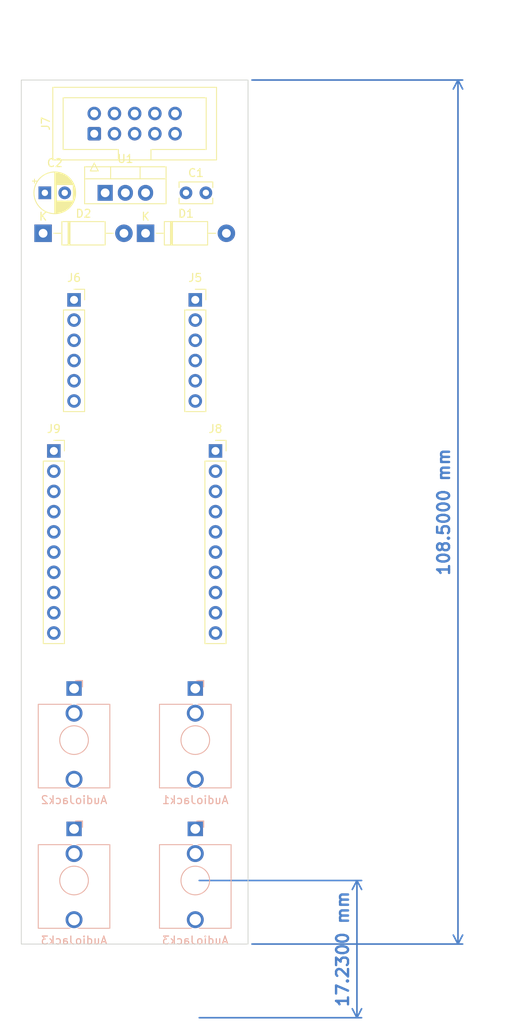
<source format=kicad_pcb>
(kicad_pcb (version 20211014) (generator pcbnew)
  (layers (0 "F.Cu" signal) (31 "B.Cu" signal) (34 "B.Paste" user) (35 "F.Paste" user) (36 "B.SilkS" user "B.Silkscreen") (37 "F.SilkS" user "F.Silkscreen") (38 "B.Mask" user) (39 "F.Mask" user) (44 "Edge.Cuts" user))
  (net 0 "")
  (net 1 "Net-(C1-Pad1)")
  (net 2 "Net-(C1-Pad2)")
  (net 3 "Net-(C2-Pad1)")
  (net 4 "Net-(D2-Pad2)")
  (net 5 "Net-(J1-PadS)")
  (net 6 "Net-(J1-PadT)")
  (net 7 "Net-(J2-PadS)")
  (net 8 "Net-(J3-PadS)")
  (net 9 "Net-(J4-PadS)")
  (net 11 "Net-(J6-Pad3)")
  (net 12 "Net-(J6-Pad4)")
  (footprint "Diode_THT:D_DO-41_SOD81_P10.16mm_Horizontal" (layer "F.Cu") (at 131.039888 62.0323)
    (fp_text reference "D1" (at 5.08 -2.47) (layer "F.SilkS"))
    (fp_text value "1N4007")
    (fp_text user "K" (at 0 -2.1) (layer "F.SilkS"))
    (fp_line (start 1.34 0) (end 2.36 0) (layer "F.SilkS") (width 0.12))
    (fp_line (start 3.14 -1.47) (end 3.14 1.47) (layer "F.SilkS") (width 0.12))
    (fp_line (start 7.8 1.47) (end 7.8 -1.47) (layer "F.SilkS") (width 0.12))
    (fp_line (start 2.36 -1.47) (end 2.36 1.47) (layer "F.SilkS") (width 0.12))
    (fp_line (start 8.82 0) (end 7.8 0) (layer "F.SilkS") (width 0.12))
    (fp_line (start 2.36 1.47) (end 7.8 1.47) (layer "F.SilkS") (width 0.12))
    (fp_line (start 3.38 -1.47) (end 3.38 1.47) (layer "F.SilkS") (width 0.12))
    (fp_line (start 3.26 -1.47) (end 3.26 1.47) (layer "F.SilkS") (width 0.12))
    (fp_line (start 7.8 -1.47) (end 2.36 -1.47) (layer "F.SilkS") (width 0.12))
    (pad "1" thru_hole rect (at 0 0) (size 2.2 2.2) (drill 1.1) (layers *.Cu *.Mask) (net 3 "Net-(C2-Pad1)"))
    (pad "2" thru_hole oval (at 10.16 0) (size 2.2 2.2) (drill 1.1) (layers *.Cu *.Mask) (net 2 "Net-(C1-Pad2)"))
  )
  (footprint "Connector_PinSocket_2.54mm:PinSocket_1x10_P2.54mm_Vertical" (layer "F.Cu") (at 119.51 89.3667)
    (fp_text reference "J9" (at 0 -2.77) (layer "F.SilkS"))
    (fp_text value "Conn_01x10_Male")
    (fp_line (start -1.33 24.19) (end 1.33 24.19) (layer "F.SilkS") (width 0.12))
    (fp_line (start 0 -1.33) (end 1.33 -1.33) (layer "F.SilkS") (width 0.12))
    (fp_line (start 1.33 -1.33) (end 1.33 0) (layer "F.SilkS") (width 0.12))
    (fp_line (start 1.33 1.27) (end 1.33 24.19) (layer "F.SilkS") (width 0.12))
    (fp_line (start -1.33 1.27) (end -1.33 24.19) (layer "F.SilkS") (width 0.12))
    (fp_line (start -1.33 1.27) (end 1.33 1.27) (layer "F.SilkS") (width 0.12))
    (pad "1" thru_hole rect (at 0 0) (size 1.7 1.7) (drill 1) (layers *.Cu *.Mask))
    (pad "2" thru_hole oval (at 0 2.54) (size 1.7 1.7) (drill 1) (layers *.Cu *.Mask) (net 1 "Net-(C1-Pad1)"))
    (pad "3" thru_hole oval (at 0 5.08) (size 1.7 1.7) (drill 1) (layers *.Cu *.Mask) (net 2 "Net-(C1-Pad2)"))
    (pad "4" thru_hole oval (at 0 7.62) (size 1.7 1.7) (drill 1) (layers *.Cu *.Mask))
    (pad "5" thru_hole oval (at 0 10.16) (size 1.7 1.7) (drill 1) (layers *.Cu *.Mask))
    (pad "6" thru_hole oval (at 0 12.7) (size 1.7 1.7) (drill 1) (layers *.Cu *.Mask))
    (pad "7" thru_hole oval (at 0 15.24) (size 1.7 1.7) (drill 1) (layers *.Cu *.Mask))
    (pad "8" thru_hole oval (at 0 17.78) (size 1.7 1.7) (drill 1) (layers *.Cu *.Mask))
    (pad "9" thru_hole oval (at 0 20.32) (size 1.7 1.7) (drill 1) (layers *.Cu *.Mask))
    (pad "10" thru_hole oval (at 0 22.86) (size 1.7 1.7) (drill 1) (layers *.Cu *.Mask))
  )
  (footprint "Connector_PinSocket_2.54mm:PinSocket_1x06_P2.54mm_Vertical" (layer "F.Cu") (at 137.29 70.3925)
    (fp_text reference "J5" (at 0 -2.77) (layer "F.SilkS"))
    (fp_text value "Conn_01x06_Female")
    (fp_line (start 1.33 -1.33) (end 1.33 0) (layer "F.SilkS") (width 0.12))
    (fp_line (start -1.33 14.03) (end 1.33 14.03) (layer "F.SilkS") (width 0.12))
    (fp_line (start 0 -1.33) (end 1.33 -1.33) (layer "F.SilkS") (width 0.12))
    (fp_line (start -1.33 1.27) (end 1.33 1.27) (layer "F.SilkS") (width 0.12))
    (fp_line (start 1.33 1.27) (end 1.33 14.03) (layer "F.SilkS") (width 0.12))
    (fp_line (start -1.33 1.27) (end -1.33 14.03) (layer "F.SilkS") (width 0.12))
    (pad "1" thru_hole rect (at 0 0) (size 1.7 1.7) (drill 1) (layers *.Cu *.Mask) (net 6 "Net-(J1-PadT)"))
    (pad "2" thru_hole oval (at 0 2.54) (size 1.7 1.7) (drill 1) (layers *.Cu *.Mask) (net 9 "Net-(J4-PadS)"))
    (pad "3" thru_hole oval (at 0 5.08) (size 1.7 1.7) (drill 1) (layers *.Cu *.Mask) (net 7 "Net-(J2-PadS)"))
    (pad "4" thru_hole oval (at 0 7.62) (size 1.7 1.7) (drill 1) (layers *.Cu *.Mask) (net 8 "Net-(J3-PadS)"))
    (pad "5" thru_hole oval (at 0 10.16) (size 1.7 1.7) (drill 1) (layers *.Cu *.Mask) (net 5 "Net-(J1-PadS)"))
    (pad "6" thru_hole oval (at 0 12.7) (size 1.7 1.7) (drill 1) (layers *.Cu *.Mask))
  )
  (footprint "Capacitor_THT:CP_Radial_D5.0mm_P2.50mm" (layer "F.Cu") (at 118.379888 56.9523)
    (fp_text reference "C2" (at 1.25 -3.75) (layer "F.SilkS"))
    (fp_text value "C1uF")
    (fp_line (start 1.81 1.04) (end 1.81 2.52) (layer "F.SilkS") (width 0.12))
    (fp_line (start 1.81 -2.52) (end 1.81 -1.04) (layer "F.SilkS") (width 0.12))
    (fp_line (start 2.771 1.04) (end 2.771 2.095) (layer "F.SilkS") (width 0.12))
    (fp_line (start 2.411 -2.31) (end 2.411 -1.04) (layer "F.SilkS") (width 0.12))
    (fp_line (start 2.491 -2.268) (end 2.491 -1.04) (layer "F.SilkS") (width 0.12))
    (fp_line (start 3.691 -0.915) (end 3.691 0.915) (layer "F.SilkS") (width 0.12))
    (fp_line (start 2.731 1.04) (end 2.731 2.122) (layer "F.SilkS") (width 0.12))
    (fp_line (start 2.291 -2.365) (end 2.291 -1.04) (layer "F.SilkS") (width 0.12))
    (fp_line (start 2.891 1.04) (end 2.891 2.004) (layer "F.SilkS") (width 0.12))
    (fp_line (start 1.53 -2.565) (end 1.53 -1.04) (layer "F.SilkS") (width 0.12))
    (fp_line (start 2.131 1.04) (end 2.131 2.428) (layer "F.SilkS") (width 0.12))
    (fp_line (start 1.41 -2.576) (end 1.41 2.576) (layer "F.SilkS") (width 0.12))
    (fp_line (start 1.29 -2.58) (end 1.29 2.58) (layer "F.SilkS") (width 0.12))
    (fp_line (start 3.291 -1.605) (end 3.291 -1.04) (layer "F.SilkS") (width 0.12))
    (fp_line (start 1.73 -2.536) (end 1.73 -1.04) (layer "F.SilkS") (width 0.12))
    (fp_line (start 3.131 -1.785) (end 3.131 -1.04) (layer "F.SilkS") (width 0.12))
    (fp_line (start 1.45 -2.573) (end 1.45 2.573) (layer "F.SilkS") (width 0.12))
    (fp_line (start 2.171 -2.414) (end 2.171 -1.04) (layer "F.SilkS") (width 0.12))
    (fp_line (start 3.571 -1.178) (end 3.571 1.178) (layer "F.SilkS") (width 0.12))
    (fp_line (start 3.851 -0.284) (end 3.851 0.284) (layer "F.SilkS") (width 0.12))
    (fp_line (start 1.61 -2.556) (end 1.61 -1.04) (layer "F.SilkS") (width 0.12))
    (fp_line (start 3.091 -1.826) (end 3.091 -1.04) (layer "F.SilkS") (width 0.12))
    (fp_line (start 2.731 -2.122) (end 2.731 -1.04) (layer "F.SilkS") (width 0.12))
    (fp_line (start 3.531 1.04) (end 3.531 1.251) (layer "F.SilkS") (width 0.12))
    (fp_line (start -1.304775 -1.725) (end -1.304775 -1.225) (layer "F.SilkS") (width 0.12))
    (fp_line (start 3.331 1.04) (end 3.331 1.554) (layer "F.SilkS") (width 0.12))
    (fp_line (start 1.77 1.04) (end 1.77 2.528) (layer "F.SilkS") (width 0.12))
    (fp_line (start 2.691 1.04) (end 2.691 2.149) (layer "F.SilkS") (width 0.12))
    (fp_line (start 2.371 1.04) (end 2.371 2.329) (layer "F.SilkS") (width 0.12))
    (fp_line (start 1.93 1.04) (end 1.93 2.491) (layer "F.SilkS") (width 0.12))
    (fp_line (start 2.811 1.04) (end 2.811 2.065) (layer "F.SilkS") (width 0.12))
    (fp_line (start 2.251 1.04) (end 2.251 2.382) (layer "F.SilkS") (width 0.12))
    (fp_line (start 2.451 -2.29) (end 2.451 -1.04) (layer "F.SilkS") (width 0.12))
    (fp_line (start 3.451 -1.383) (end 3.451 -1.04) (layer "F.SilkS") (width 0.12))
    (fp_line (start 1.65 1.04) (end 1.65 2.55) (layer "F.SilkS") (width 0.12))
    (fp_line (start 2.171 1.04) (end 2.171 2.414) (layer "F.SilkS") (width 0.12))
    (fp_line (start 1.93 -2.491) (end 1.93 -1.04) (layer "F.SilkS") (width 0.12))
    (fp_line (start 3.371 1.04) (end 3.371 1.5) (layer "F.SilkS") (width 0.12))
    (fp_line (start 2.611 -2.2) (end 2.611 -1.04) (layer "F.SilkS") (width 0.12))
    (fp_line (start 2.691 -2.149) (end 2.691 -1.04) (layer "F.SilkS") (width 0.12))
    (fp_line (start -1.554775 -1.475) (end -1.054775 -1.475) (layer "F.SilkS") (width 0.12))
    (fp_line (start 3.411 1.04) (end 3.411 1.443) (layer "F.SilkS") (width 0.12))
    (fp_line (start 1.49 -2.569) (end 1.49 -1.04) (layer "F.SilkS") (width 0.12))
    (fp_line (start 3.211 1.04) (end 3.211 1.699) (layer "F.SilkS") (width 0.12))
    (fp_line (start 2.331 -2.348) (end 2.331 -1.04) (layer "F.SilkS") (width 0.12))
    (fp_line (start 2.971 -1.937) (end 2.971 -1.04) (layer "F.SilkS") (width 0.12))
    (fp_line (start 2.291 1.04) (end 2.291 2.365) (layer "F.SilkS") (width 0.12))
    (fp_line (start 3.051 -1.864) (end 3.051 -1.04) (layer "F.SilkS") (width 0.12))
    (fp_line (start 1.49 1.04) (end 1.49 2.569) (layer "F.SilkS") (width 0.12))
    (fp_line (start 3.731 -0.805) (end 3.731 0.805) (layer "F.SilkS") (width 0.12))
    (fp_line (start 2.051 1.04) (end 2.051 2.455) (layer "F.SilkS") (width 0.12))
    (fp_line (start 3.531 -1.251) (end 3.531 -1.04) (layer "F.SilkS") (width 0.12))
    (fp_line (start 3.051 1.04) (end 3.051 1.864) (layer "F.SilkS") (width 0.12))
    (fp_line (start 3.371 -1.5) (end 3.371 -1.04) (layer "F.SilkS") (width 0.12))
    (fp_line (start 2.211 -2.398) (end 2.211 -1.04) (layer "F.SilkS") (width 0.12))
    (fp_line (start 2.931 1.04) (end 2.931 1.971) (layer "F.SilkS") (width 0.12))
    (fp_line (start 1.25 -2.58) (end 1.25 2.58) (layer "F.SilkS") (width 0.12))
    (fp_line (start 1.971 1.04) (end 1.971 2.48) (layer "F.SilkS") (width 0.12))
    (fp_line (start 1.73 1.04) (end 1.73 2.536) (layer "F.SilkS") (width 0.12))
    (fp_line (start 2.131 -2.428) (end 2.131 -1.04) (layer "F.SilkS") (width 0.12))
    (fp_line (start 2.091 1.04) (end 2.091 2.442) (layer "F.SilkS") (width 0.12))
    (fp_line (start 1.57 1.04) (end 1.57 2.561) (layer "F.SilkS") (width 0.12))
    (fp_line (start 2.971 1.04) (end 2.971 1.937) (layer "F.SilkS") (width 0.12))
    (fp_line (start 3.091 1.04) (end 3.091 1.826) (layer "F.SilkS") (width 0.12))
    (fp_line (start 2.531 1.04) (end 2.531 2.247) (layer "F.SilkS") (width 0.12))
    (fp_line (start 1.69 -2.543) (end 1.69 -1.04) (layer "F.SilkS") (width 0.12))
    (fp_line (start 2.451 1.04) (end 2.451 2.29) (layer "F.SilkS") (width 0.12))
    (fp_line (start 2.011 -2.468) (end 2.011 -1.04) (layer "F.SilkS") (width 0.12))
    (fp_line (start 1.37 -2.578) (end 1.37 2.578) (layer "F.SilkS") (width 0.12))
    (fp_line (start 1.53 1.04) (end 1.53 2.565) (layer "F.SilkS") (width 0.12))
    (fp_line (start 1.971 -2.48) (end 1.971 -1.04) (layer "F.SilkS") (width 0.12))
    (fp_line (start 2.651 -2.175) (end 2.651 -1.04) (layer "F.SilkS") (width 0.12))
    (fp_line (start 1.85 1.04) (end 1.85 2.511) (layer "F.SilkS") (width 0.12))
    (fp_line (start 3.171 -1.743) (end 3.171 -1.04) (layer "F.SilkS") (width 0.12))
    (fp_line (start 1.33 -2.579) (end 1.33 2.579) (layer "F.SilkS") (width 0.12))
    (fp_line (start 3.131 1.04) (end 3.131 1.785) (layer "F.SilkS") (width 0.12))
    (fp_line (start 3.451 1.04) (end 3.451 1.383) (layer "F.SilkS") (width 0.12))
    (fp_line (start 3.011 1.04) (end 3.011 1.901) (layer "F.SilkS") (width 0.12))
    (fp_line (start 2.531 -2.247) (end 2.531 -1.04) (layer "F.SilkS") (width 0.12))
    (fp_line (start 3.611 -1.098) (end 3.611 1.098) (layer "F.SilkS") (width 0.12))
    (fp_line (start 2.571 -2.224) (end 2.571 -1.04) (layer "F.SilkS") (width 0.12))
    (fp_line (start 2.771 -2.095) (end 2.771 -1.04) (layer "F.SilkS") (width 0.12))
    (fp_line (start 2.811 -2.065) (end 2.811 -1.04) (layer "F.SilkS") (width 0.12))
    (fp_line (start 1.89 -2.501) (end 1.89 -1.04) (layer "F.SilkS") (width 0.12))
    (fp_line (start 1.57 -2.561) (end 1.57 -1.04) (layer "F.SilkS") (width 0.12))
    (fp_line (start 3.211 -1.699) (end 3.211 -1.04) (layer "F.SilkS") (width 0.12))
    (fp_line (start 2.211 1.04) (end 2.211 2.398) (layer "F.SilkS") (width 0.12))
    (fp_line (start 3.291 1.04) (end 3.291 1.605) (layer "F.SilkS") (width 0.12))
    (fp_line (start 3.251 1.04) (end 3.251 1.653) (layer "F.SilkS") (width 0.12))
    (fp_line (start 3.771 -0.677) (end 3.771 0.677) (layer "F.SilkS") (width 0.12))
    (fp_line (start 3.811 -0.518) (end 3.811 0.518) (layer "F.SilkS") (width 0.12))
    (fp_line (start 2.491 1.04) (end 2.491 2.268) (layer "F.SilkS") (width 0.12))
    (fp_line (start 1.85 -2.511) (end 1.85 -1.04) (layer "F.SilkS") (width 0.12))
    (fp_line (start 2.411 1.04) (end 2.411 2.31) (layer "F.SilkS") (width 0.12))
    (fp_line (start 2.331 1.04) (end 2.331 2.348) (layer "F.SilkS") (width 0.12))
    (fp_line (start 2.651 1.04) (end 2.651 2.175) (layer "F.SilkS") (width 0.12))
    (fp_line (start 3.491 -1.319) (end 3.491 -1.04) (layer "F.SilkS") (width 0.12))
    (fp_line (start 2.011 1.04) (end 2.011 2.468) (layer "F.SilkS") (width 0.12))
    (fp_line (start 3.011 -1.901) (end 3.011 -1.04) (layer "F.SilkS") (width 0.12))
    (fp_line (start 3.411 -1.443) (end 3.411 -1.04) (layer "F.SilkS") (width 0.12))
    (fp_line (start 2.251 -2.382) (end 2.251 -1.04) (layer "F.SilkS") (width 0.12))
    (fp_line (start 2.611 1.04) (end 2.611 2.2) (layer "F.SilkS") (width 0.12))
    (fp_line (start 1.61 1.04) (end 1.61 2.556) (layer "F.SilkS") (width 0.12))
    (fp_line (start 2.851 -2.035) (end 2.851 -1.04) (layer "F.SilkS") (width 0.12))
    (fp_line (start 1.77 -2.528) (end 1.77 -1.04) (layer "F.SilkS") (width 0.12))
    (fp_line (start 2.091 -2.442) (end 2.091 -1.04) (layer "F.SilkS") (width 0.12))
    (fp_line (start 1.69 1.04) (end 1.69 2.543) (layer "F.SilkS") (width 0.12))
    (fp_line (start 1.89 1.04) (end 1.89 2.501) (layer "F.SilkS") (width 0.12))
    (fp_line (start 2.891 -2.004) (end 2.891 -1.04) (layer "F.SilkS") (width 0.12))
    (fp_line (start 2.931 -1.971) (end 2.931 -1.04) (layer "F.SilkS") (width 0.12))
    (fp_line (start 2.851 1.04) (end 2.851 2.035) (layer "F.SilkS") (width 0.12))
    (fp_line (start 2.051 -2.455) (end 2.051 -1.04) (layer "F.SilkS") (width 0.12))
    (fp_line (start 1.65 -2.55) (end 1.65 -1.04) (layer "F.SilkS") (width 0.12))
    (fp_line (start 2.571 1.04) (end 2.571 2.224) (layer "F.SilkS") (width 0.12))
    (fp_line (start 3.171 1.04) (end 3.171 1.743) (layer "F.SilkS") (width 0.12))
    (fp_line (start 3.491 1.04) (end 3.491 1.319) (layer "F.SilkS") (width 0.12))
    (fp_line (start 3.251 -1.653) (end 3.251 -1.04) (layer "F.SilkS") (width 0.12))
    (fp_line (start 3.331 -1.554) (end 3.331 -1.04) (layer "F.SilkS") (width 0.12))
    (fp_line (start 3.651 -1.011) (end 3.651 1.011) (layer "F.SilkS") (width 0.12))
    (fp_line (start 2.371 -2.329) (end 2.371 -1.04) (layer "F.SilkS") (width 0.12))
    (fp_circle (center 1.25 0) (end 3.87 0) (layer "F.SilkS") (width 0.12) (fill none))
    (pad "1" thru_hole rect (at 0 0) (size 1.6 1.6) (drill 0.8) (layers *.Cu *.Mask) (net 3 "Net-(C2-Pad1)"))
    (pad "2" thru_hole circle (at 2.5 0) (size 1.6 1.6) (drill 0.8) (layers *.Cu *.Mask) (net 1 "Net-(C1-Pad1)"))
  )
  (footprint "Diode_THT:D_DO-41_SOD81_P10.16mm_Horizontal" (layer "F.Cu") (at 118.159888 62.0323)
    (fp_text reference "D2" (at 5.08 -2.47) (layer "F.SilkS"))
    (fp_text value "1N4007")
    (fp_text user "K" (at 0 -2.1) (layer "F.SilkS"))
    (fp_line (start 7.8 1.47) (end 7.8 -1.47) (layer "F.SilkS") (width 0.12))
    (fp_line (start 2.36 1.47) (end 7.8 1.47) (layer "F.SilkS") (width 0.12))
    (fp_line (start 8.82 0) (end 7.8 0) (layer "F.SilkS") (width 0.12))
    (fp_line (start 3.38 -1.47) (end 3.38 1.47) (layer "F.SilkS") (width 0.12))
    (fp_line (start 3.26 -1.47) (end 3.26 1.47) (layer "F.SilkS") (width 0.12))
    (fp_line (start 7.8 -1.47) (end 2.36 -1.47) (layer "F.SilkS") (width 0.12))
    (fp_line (start 1.34 0) (end 2.36 0) (layer "F.SilkS") (width 0.12))
    (fp_line (start 2.36 -1.47) (end 2.36 1.47) (layer "F.SilkS") (width 0.12))
    (fp_line (start 3.14 -1.47) (end 3.14 1.47) (layer "F.SilkS") (width 0.12))
    (pad "1" thru_hole rect (at 0 0) (size 2.2 2.2) (drill 1.1) (layers *.Cu *.Mask) (net 3 "Net-(C2-Pad1)"))
    (pad "2" thru_hole oval (at 10.16 0) (size 2.2 2.2) (drill 1.1) (layers *.Cu *.Mask) (net 4 "Net-(D2-Pad2)"))
  )
  (footprint "Capacitor_THT:C_Rect_L4.0mm_W2.5mm_P2.50mm" (layer "F.Cu") (at 136.119888 56.9523)
    (fp_text reference "C1" (at 1.25 -2.5) (layer "F.SilkS"))
    (fp_text value "C100nF")
    (fp_line (start -0.87 1.37) (end 3.37 1.37) (layer "F.SilkS") (width 0.12))
    (fp_line (start 3.37 -1.37) (end 3.37 -0.665) (layer "F.SilkS") (width 0.12))
    (fp_line (start -0.87 -1.37) (end -0.87 -0.665) (layer "F.SilkS") (width 0.12))
    (fp_line (start -0.87 0.665) (end -0.87 1.37) (layer "F.SilkS") (width 0.12))
    (fp_line (start -0.87 -1.37) (end 3.37 -1.37) (layer "F.SilkS") (width 0.12))
    (fp_line (start 3.37 0.665) (end 3.37 1.37) (layer "F.SilkS") (width 0.12))
    (pad "1" thru_hole circle (at 0 0) (size 1.6 1.6) (drill 0.8) (layers *.Cu *.Mask) (net 1 "Net-(C1-Pad1)"))
    (pad "2" thru_hole circle (at 2.5 0) (size 1.6 1.6) (drill 0.8) (layers *.Cu *.Mask) (net 2 "Net-(C1-Pad2)"))
  )
  (footprint "Connector_PinSocket_2.54mm:PinSocket_1x06_P2.54mm_Vertical" (layer "F.Cu") (at 122.05 70.3925)
    (fp_text reference "J6" (at 0 -2.77) (layer "F.SilkS"))
    (fp_text value "Conn_01x06_Female")
    (fp_line (start 1.33 1.27) (end 1.33 14.03) (layer "F.SilkS") (width 0.12))
    (fp_line (start -1.33 1.27) (end -1.33 14.03) (layer "F.SilkS") (width 0.12))
    (fp_line (start 0 -1.33) (end 1.33 -1.33) (layer "F.SilkS") (width 0.12))
    (fp_line (start -1.33 1.27) (end 1.33 1.27) (layer "F.SilkS") (width 0.12))
    (fp_line (start 1.33 -1.33) (end 1.33 0) (layer "F.SilkS") (width 0.12))
    (fp_line (start -1.33 14.03) (end 1.33 14.03) (layer "F.SilkS") (width 0.12))
    (pad "1" thru_hole rect (at 0 0) (size 1.7 1.7) (drill 1) (layers *.Cu *.Mask) (net 2 "Net-(C1-Pad2)"))
    (pad "2" thru_hole oval (at 0 2.54) (size 1.7 1.7) (drill 1) (layers *.Cu *.Mask) (net 1 "Net-(C1-Pad1)"))
    (pad "3" thru_hole oval (at 0 5.08) (size 1.7 1.7) (drill 1) (layers *.Cu *.Mask) (net 11 "Net-(J6-Pad3)"))
    (pad "4" thru_hole oval (at 0 7.62) (size 1.7 1.7) (drill 1) (layers *.Cu *.Mask) (net 12 "Net-(J6-Pad4)"))
    (pad "5" thru_hole oval (at 0 10.16) (size 1.7 1.7) (drill 1) (layers *.Cu *.Mask))
    (pad "6" thru_hole oval (at 0 12.7) (size 1.7 1.7) (drill 1) (layers *.Cu *.Mask))
  )
  (footprint "Package_TO_SOT_THT:TO-220-3_Vertical" (layer "F.Cu") (at 125.959888 56.9523)
    (fp_text reference "U1" (at 2.54 -4.27) (layer "F.SilkS"))
    (fp_text value "LM7805_TO220")
    (fp_line (start 7.66 -3.27) (end 7.66 1.371) (layer "F.SilkS") (width 0.12))
    (fp_line (start -2.58 -3.27) (end -2.58 1.371) (layer "F.SilkS") (width 0.12))
    (fp_line (start -2.58 1.371) (end 7.66 1.371) (layer "F.SilkS") (width 0.12))
    (fp_line (start -2.58 -3.27) (end 7.66 -3.27) (layer "F.SilkS") (width 0.12))
    (fp_line (start -2.58 -1.76) (end 7.66 -1.76) (layer "F.SilkS") (width 0.12))
    (fp_line (start 0.69 -3.27) (end 0.69 -1.76) (layer "F.SilkS") (width 0.12))
    (fp_line (start 4.391 -3.27) (end 4.391 -1.76) (layer "F.SilkS") (width 0.12))
    (pad "1" thru_hole rect (at 0 0) (size 1.905 2) (drill 1.1) (layers *.Cu *.Mask) (net 3 "Net-(C2-Pad1)"))
    (pad "2" thru_hole oval (at 2.54 0) (size 1.905 2) (drill 1.1) (layers *.Cu *.Mask) (net 1 "Net-(C1-Pad1)"))
    (pad "3" thru_hole oval (at 5.08 0) (size 1.905 2) (drill 1.1) (layers *.Cu *.Mask) (net 2 "Net-(C1-Pad2)"))
  )
  (footprint "Connector_PinSocket_2.54mm:PinSocket_1x10_P2.54mm_Vertical" (layer "F.Cu") (at 139.83 89.3667)
    (fp_text reference "J8" (at 0 -2.77) (layer "F.SilkS"))
    (fp_text value "Conn_01x10_Male")
    (fp_line (start 1.33 1.27) (end 1.33 24.19) (layer "F.SilkS") (width 0.12))
    (fp_line (start -1.33 1.27) (end 1.33 1.27) (layer "F.SilkS") (width 0.12))
    (fp_line (start 1.33 -1.33) (end 1.33 0) (layer "F.SilkS") (width 0.12))
    (fp_line (start -1.33 1.27) (end -1.33 24.19) (layer "F.SilkS") (width 0.12))
    (fp_line (start -1.33 24.19) (end 1.33 24.19) (layer "F.SilkS") (width 0.12))
    (fp_line (start 0 -1.33) (end 1.33 -1.33) (layer "F.SilkS") (width 0.12))
    (pad "1" thru_hole rect (at 0 0) (size 1.7 1.7) (drill 1) (layers *.Cu *.Mask))
    (pad "2" thru_hole oval (at 0 2.54) (size 1.7 1.7) (drill 1) (layers *.Cu *.Mask))
    (pad "3" thru_hole oval (at 0 5.08) (size 1.7 1.7) (drill 1) (layers *.Cu *.Mask))
    (pad "4" thru_hole oval (at 0 7.62) (size 1.7 1.7) (drill 1) (layers *.Cu *.Mask))
    (pad "5" thru_hole oval (at 0 10.16) (size 1.7 1.7) (drill 1) (layers *.Cu *.Mask) (net 12 "Net-(J6-Pad4)"))
    (pad "6" thru_hole oval (at 0 12.7) (size 1.7 1.7) (drill 1) (layers *.Cu *.Mask) (net 11 "Net-(J6-Pad3)"))
    (pad "7" thru_hole oval (at 0 15.24) (size 1.7 1.7) (drill 1) (layers *.Cu *.Mask))
    (pad "8" thru_hole oval (at 0 17.78) (size 1.7 1.7) (drill 1) (layers *.Cu *.Mask))
    (pad "9" thru_hole oval (at 0 20.32) (size 1.7 1.7) (drill 1) (layers *.Cu *.Mask))
    (pad "10" thru_hole oval (at 0 22.86) (size 1.7 1.7) (drill 1) (layers *.Cu *.Mask))
  )
  (footprint "Connector_IDC:IDC-Header_2x05_P2.54mm_Vertical" (layer "F.Cu") (at 124.59 49.53 90)
    (fp_text reference "J7" (at 1.27 -6.1 90) (layer "F.SilkS"))
    (fp_text value "Conn_02x05_Counter_Clockwise")
    (fp_line (start -1.98 7.13) (end -3.29 7.13) (layer "F.SilkS") (width 0.12))
    (fp_line (start -4.68 -0.5) (end -4.68 0.5) (layer "F.SilkS") (width 0.12))
    (fp_line (start -1.98 3.03) (end -1.98 -3.91) (layer "F.SilkS") (width 0.12))
    (fp_line (start -3.29 3.03) (end -1.98 3.03) (layer "F.SilkS") (width 0.12))
    (fp_line (start -3.29 15.37) (end -3.29 -5.21) (layer "F.SilkS") (width 0.12))
    (fp_line (start 4.52 -3.91) (end 4.52 14.07) (layer "F.SilkS") (width 0.12))
    (fp_line (start -1.98 14.07) (end -1.98 7.13) (layer "F.SilkS") (width 0.12))
    (fp_line (start -3.29 -5.21) (end 5.83 -5.21) (layer "F.SilkS") (width 0.12))
    (fp_line (start -3.68 0) (end -4.68 -0.5) (layer "F.SilkS") (width 0.12))
    (fp_line (start 5.83 -5.21) (end 5.83 15.37) (layer "F.SilkS") (width 0.12))
    (fp_line (start -4.68 0.5) (end -3.68 0) (layer "F.SilkS") (width 0.12))
    (fp_line (start 5.83 15.37) (end -3.29 15.37) (layer "F.SilkS") (width 0.12))
    (fp_line (start 4.52 14.07) (end -1.98 14.07) (layer "F.SilkS") (width 0.12))
    (fp_line (start -1.98 -3.91) (end 4.52 -3.91) (layer "F.SilkS") (width 0.12))
    (fp_line (start -1.98 7.13) (end -1.98 7.13) (layer "F.SilkS") (width 0.12))
    (pad "1" thru_hole roundrect (at 0 0 90) (size 1.7 1.7) (drill 1) (layers *.Cu *.Mask) (roundrect_rratio 0.147059) (net 4 "Net-(D2-Pad2)"))
    (pad "2" thru_hole circle (at 2.54 0 90) (size 1.7 1.7) (drill 1) (layers *.Cu *.Mask))
    (pad "3" thru_hole circle (at 0 2.54 90) (size 1.7 1.7) (drill 1) (layers *.Cu *.Mask))
    (pad "4" thru_hole circle (at 2.54 2.54 90) (size 1.7 1.7) (drill 1) (layers *.Cu *.Mask))
    (pad "5" thru_hole circle (at 0 5.08 90) (size 1.7 1.7) (drill 1) (layers *.Cu *.Mask))
    (pad "6" thru_hole circle (at 2.54 5.08 90) (size 1.7 1.7) (drill 1) (layers *.Cu *.Mask))
    (pad "7" thru_hole circle (at 0 7.62 90) (size 1.7 1.7) (drill 1) (layers *.Cu *.Mask))
    (pad "8" thru_hole circle (at 2.54 7.62 90) (size 1.7 1.7) (drill 1) (layers *.Cu *.Mask))
    (pad "9" thru_hole circle (at 0 10.16 90) (size 1.7 1.7) (drill 1) (layers *.Cu *.Mask) (net 1 "Net-(C1-Pad1)"))
    (pad "10" thru_hole circle (at 2.54 10.16 90) (size 1.7 1.7) (drill 1) (layers *.Cu *.Mask))
  )
  (footprint "benjiaomodular:AudioJack_3.5mm" (layer "B.Cu") (at 137.29 136.8275 180)
    (fp_text reference "J3" hide)
    (fp_text value "AudioJack3" (at 0 -14) (layer "B.SilkS") (effects (justify mirror)))
    (fp_line (start -4.5 -1.98) (end -4.5 -12.48) (layer "B.SilkS") (width 0.12))
    (fp_line (start -1.06 1) (end -1.06 0.2) (layer "B.SilkS") (width 0.12))
    (fp_line (start 4.5 -1.98) (end 0.35 -1.98) (layer "B.SilkS") (width 0.12))
    (fp_line (start -1.06 1) (end -0.2 1) (layer "B.SilkS") (width 0.12))
    (fp_line (start 4.5 -12.48) (end 0.5 -12.48) (layer "B.SilkS") (width 0.12))
    (fp_line (start -0.35 -1.98) (end -4.5 -1.98) (layer "B.SilkS") (width 0.12))
    (fp_line (start 4.5 -1.98) (end 4.5 -12.48) (layer "B.SilkS") (width 0.12))
    (fp_line (start -0.5 -12.48) (end -4.5 -12.48) (layer "B.SilkS") (width 0.12))
    (fp_circle (center 0 -6.48) (end 1.8 -6.48) (layer "B.SilkS") (width 0.12) (fill none))
    (pad "S" thru_hole rect locked (at 0 0) (size 1.93 1.83) (drill 1.22) (layers *.Cu *.Mask) (net 8 "Net-(J3-PadS)"))
    (pad "T" thru_hole circle locked (at 0 -11.4) (size 2.13 2.13) (drill 1.43) (layers *.Cu *.Mask) (net 6 "Net-(J1-PadT)"))
    (pad "TN" thru_hole circle locked (at 0 -3.1) (size 2.13 2.13) (drill 1.42) (layers *.Cu *.Mask))
  )
  (footprint "benjiaomodular:AudioJack_3.5mm" (layer "B.Cu") (at 122.05 119.1975 180)
    (fp_text reference "J2" hide)
    (fp_text value "AudioJack2" (at 0 -14) (layer "B.SilkS") (effects (justify mirror)))
    (fp_line (start -0.35 -1.98) (end -4.5 -1.98) (layer "B.SilkS") (width 0.12))
    (fp_line (start 4.5 -12.48) (end 0.5 -12.48) (layer "B.SilkS") (width 0.12))
    (fp_line (start -1.06 1) (end -1.06 0.2) (layer "B.SilkS") (width 0.12))
    (fp_line (start 4.5 -1.98) (end 4.5 -12.48) (layer "B.SilkS") (width 0.12))
    (fp_line (start -1.06 1) (end -0.2 1) (layer "B.SilkS") (width 0.12))
    (fp_line (start 4.5 -1.98) (end 0.35 -1.98) (layer "B.SilkS") (width 0.12))
    (fp_line (start -0.5 -12.48) (end -4.5 -12.48) (layer "B.SilkS") (width 0.12))
    (fp_line (start -4.5 -1.98) (end -4.5 -12.48) (layer "B.SilkS") (width 0.12))
    (fp_circle (center 0 -6.48) (end 1.8 -6.48) (layer "B.SilkS") (width 0.12) (fill none))
    (pad "S" thru_hole rect locked (at 0 0) (size 1.93 1.83) (drill 1.22) (layers *.Cu *.Mask) (net 7 "Net-(J2-PadS)"))
    (pad "T" thru_hole circle locked (at 0 -11.4) (size 2.13 2.13) (drill 1.43) (layers *.Cu *.Mask) (net 6 "Net-(J1-PadT)"))
    (pad "TN" thru_hole circle locked (at 0 -3.1) (size 2.13 2.13) (drill 1.42) (layers *.Cu *.Mask))
  )
  (footprint "benjiaomodular:AudioJack_3.5mm" (layer "B.Cu") (at 122.05 136.8275 180)
    (fp_text reference "J4" hide)
    (fp_text value "AudioJack3" (at 0 -14) (layer "B.SilkS") (effects (justify mirror)))
    (fp_line (start -1.06 1) (end -1.06 0.2) (layer "B.SilkS") (width 0.12))
    (fp_line (start -0.5 -12.48) (end -4.5 -12.48) (layer "B.SilkS") (width 0.12))
    (fp_line (start 4.5 -1.98) (end 4.5 -12.48) (layer "B.SilkS") (width 0.12))
    (fp_line (start -1.06 1) (end -0.2 1) (layer "B.SilkS") (width 0.12))
    (fp_line (start 4.5 -1.98) (end 0.35 -1.98) (layer "B.SilkS") (width 0.12))
    (fp_line (start -4.5 -1.98) (end -4.5 -12.48) (layer "B.SilkS") (width 0.12))
    (fp_line (start 4.5 -12.48) (end 0.5 -12.48) (layer "B.SilkS") (width 0.12))
    (fp_line (start -0.35 -1.98) (end -4.5 -1.98) (layer "B.SilkS") (width 0.12))
    (fp_circle (center 0 -6.48) (end 1.8 -6.48) (layer "B.SilkS") (width 0.12) (fill none))
    (pad "S" thru_hole rect locked (at 0 0) (size 1.93 1.83) (drill 1.22) (layers *.Cu *.Mask) (net 9 "Net-(J4-PadS)"))
    (pad "T" thru_hole circle locked (at 0 -11.4) (size 2.13 2.13) (drill 1.43) (layers *.Cu *.Mask) (net 6 "Net-(J1-PadT)"))
    (pad "TN" thru_hole circle locked (at 0 -3.1) (size 2.13 2.13) (drill 1.42) (layers *.Cu *.Mask))
  )
  (footprint "benjiaomodular:AudioJack_3.5mm" (layer "B.Cu") (at 137.29 119.1975 180)
    (fp_text reference "J1" hide)
    (fp_text value "AudioJack1" (at 0 -14) (layer "B.SilkS") (effects (justify mirror)))
    (fp_line (start -1.06 1) (end -1.06 0.2) (layer "B.SilkS") (width 0.12))
    (fp_line (start 4.5 -1.98) (end 0.35 -1.98) (layer "B.SilkS") (width 0.12))
    (fp_line (start 4.5 -12.48) (end 0.5 -12.48) (layer "B.SilkS") (width 0.12))
    (fp_line (start -0.5 -12.48) (end -4.5 -12.48) (layer "B.SilkS") (width 0.12))
    (fp_line (start -1.06 1) (end -0.2 1) (layer "B.SilkS") (width 0.12))
    (fp_line (start -4.5 -1.98) (end -4.5 -12.48) (layer "B.SilkS") (width 0.12))
    (fp_line (start -0.35 -1.98) (end -4.5 -1.98) (layer "B.SilkS") (width 0.12))
    (fp_line (start 4.5 -1.98) (end 4.5 -12.48) (layer "B.SilkS") (width 0.12))
    (fp_circle (center 0 -6.48) (end 1.8 -6.48) (layer "B.SilkS") (width 0.12) (fill none))
    (pad "S" thru_hole rect locked (at 0 0) (size 1.93 1.83) (drill 1.22) (layers *.Cu *.Mask) (net 5 "Net-(J1-PadS)"))
    (pad "T" thru_hole circle locked (at 0 -11.4) (size 2.13 2.13) (drill 1.43) (layers *.Cu *.Mask) (net 6 "Net-(J1-PadT)"))
    (pad "TN" thru_hole circle locked (at 0 -3.1) (size 2.13 2.13) (drill 1.42) (layers *.Cu *.Mask))
  )
  (gr_line (start 115.42 151.2875) (end 143.92 151.2875) (layer "Edge.Cuts") (width 0.1))
  (gr_line (start 115.42 42.7875) (end 115.42 151.2875) (layer "Edge.Cuts") (width 0.1))
  (gr_line (start 143.92 151.2875) (end 143.92 42.7875) (layer "Edge.Cuts") (width 0.1))
  (gr_line (start 115.42 42.7875) (end 143.92 42.7875) (layer "Edge.Cuts") (width 0.1))
  (dimension (type aligned) (layer "B.Cu") (pts (xy 137.29 143.3075) (xy 137.29 160.5375)) (height -20.32) (gr_text "17.2300 mm" (at 155.81 151.9225 90) (layer "B.Cu") (effects (font (size 1.5 1.5) (thickness 0.3)))) (format (units 3) (units_format 1) (precision 4)) (style (thickness 0.2) (arrow_length 1.27) (text_position_mode 0) (extension_height 0.58642) (extension_offset 0.5) keep_text_aligned))
  (dimension (type aligned) (layer "B.Cu") (pts (xy 143.92 151.2875) (xy 143.92 42.7875)) (height 26.39) (gr_text "108.5000 mm" (at 168.51 97.0375 90) (layer "B.Cu") (effects (font (size 1.5 1.5) (thickness 0.3)))) (format (units 3) (units_format 1) (precision 4)) (style (thickness 0.2) (arrow_length 1.27) (text_position_mode 0) (extension_height 0.58642) (extension_offset 0.5) keep_text_aligned))
)
</source>
